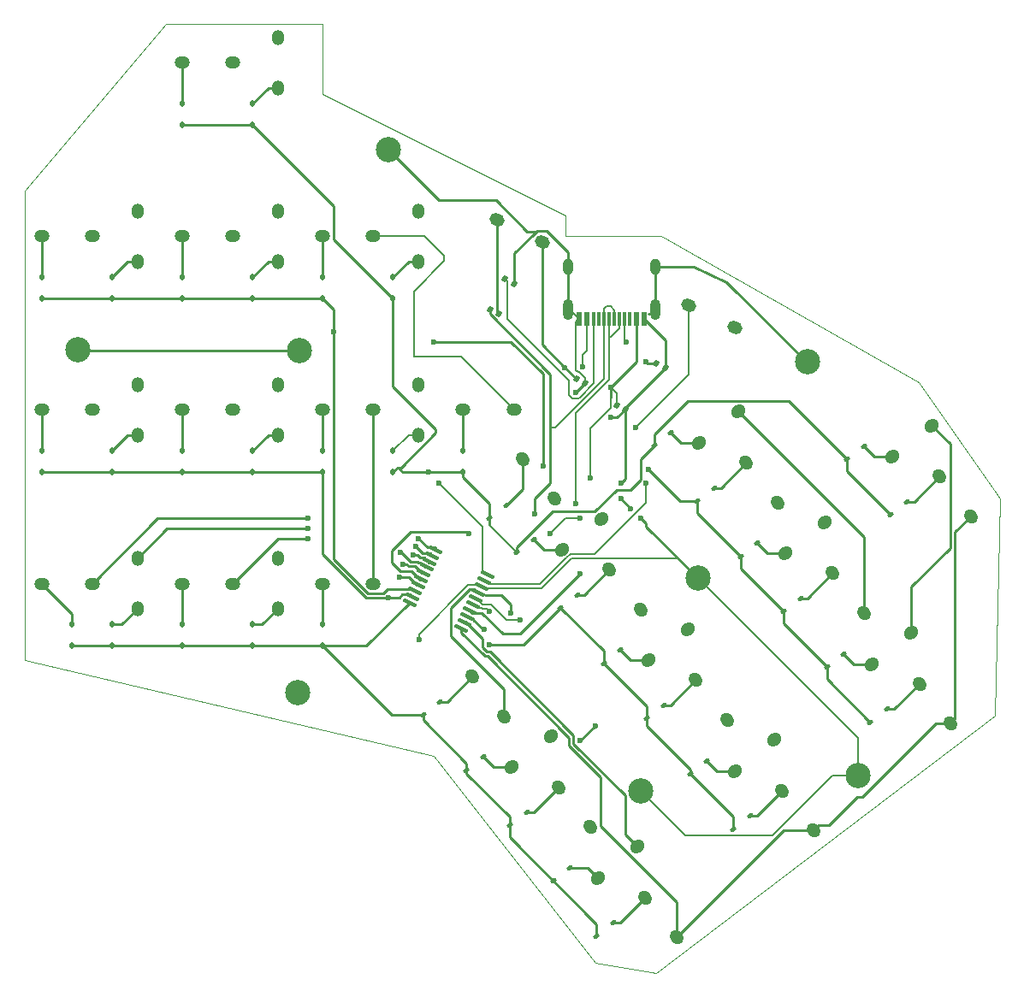
<source format=gtl>
G04 #@! TF.GenerationSoftware,KiCad,Pcbnew,8.0.4*
G04 #@! TF.CreationDate,2024-08-15T05:56:15-07:00*
G04 #@! TF.ProjectId,fixer-otg,66697865-722d-46f7-9467-2e6b69636164,rev?*
G04 #@! TF.SameCoordinates,Original*
G04 #@! TF.FileFunction,Copper,L1,Top*
G04 #@! TF.FilePolarity,Positive*
%FSLAX46Y46*%
G04 Gerber Fmt 4.6, Leading zero omitted, Abs format (unit mm)*
G04 Created by KiCad (PCBNEW 8.0.4) date 2024-08-15 05:56:15*
%MOMM*%
%LPD*%
G01*
G04 APERTURE LIST*
G04 Aperture macros list*
%AMRoundRect*
0 Rectangle with rounded corners*
0 $1 Rounding radius*
0 $2 $3 $4 $5 $6 $7 $8 $9 X,Y pos of 4 corners*
0 Add a 4 corners polygon primitive as box body*
4,1,4,$2,$3,$4,$5,$6,$7,$8,$9,$2,$3,0*
0 Add four circle primitives for the rounded corners*
1,1,$1+$1,$2,$3*
1,1,$1+$1,$4,$5*
1,1,$1+$1,$6,$7*
1,1,$1+$1,$8,$9*
0 Add four rect primitives between the rounded corners*
20,1,$1+$1,$2,$3,$4,$5,0*
20,1,$1+$1,$4,$5,$6,$7,0*
20,1,$1+$1,$6,$7,$8,$9,0*
20,1,$1+$1,$8,$9,$2,$3,0*%
%AMHorizOval*
0 Thick line with rounded ends*
0 $1 width*
0 $2 $3 position (X,Y) of the first rounded end (center of the circle)*
0 $4 $5 position (X,Y) of the second rounded end (center of the circle)*
0 Add line between two ends*
20,1,$1,$2,$3,$4,$5,0*
0 Add two circle primitives to create the rounded ends*
1,1,$1,$2,$3*
1,1,$1,$4,$5*%
G04 Aperture macros list end*
G04 #@! TA.AperFunction,ComponentPad*
%ADD10O,1.224000X1.524000*%
G04 #@! TD*
G04 #@! TA.AperFunction,SMDPad,CuDef*
%ADD11RoundRect,0.112500X0.112500X-0.187500X0.112500X0.187500X-0.112500X0.187500X-0.112500X-0.187500X0*%
G04 #@! TD*
G04 #@! TA.AperFunction,ComponentPad*
%ADD12HorizOval,1.224000X0.118202X0.092349X-0.118202X-0.092349X0*%
G04 #@! TD*
G04 #@! TA.AperFunction,SMDPad,CuDef*
%ADD13RoundRect,0.112500X-0.078490X-0.204088X0.217014X0.026785X0.078490X0.204088X-0.217014X-0.026785X0*%
G04 #@! TD*
G04 #@! TA.AperFunction,ComponentPad*
%ADD14O,1.524000X1.224000*%
G04 #@! TD*
G04 #@! TA.AperFunction,ComponentPad*
%ADD15C,2.500000*%
G04 #@! TD*
G04 #@! TA.AperFunction,SMDPad,CuDef*
%ADD16RoundRect,0.135000X-0.202436X-0.107097X0.040239X-0.225457X0.202436X0.107097X-0.040239X0.225457X0*%
G04 #@! TD*
G04 #@! TA.AperFunction,ComponentPad*
%ADD17HorizOval,1.224000X0.092349X-0.118202X-0.092349X0.118202X0*%
G04 #@! TD*
G04 #@! TA.AperFunction,ComponentPad*
%ADD18HorizOval,1.224000X0.134819X-0.065756X-0.134819X0.065756X0*%
G04 #@! TD*
G04 #@! TA.AperFunction,SMDPad,CuDef*
%ADD19RoundRect,0.140000X-0.200354X-0.091423X0.051308X-0.214167X0.200354X0.091423X-0.051308X0.214167X0*%
G04 #@! TD*
G04 #@! TA.AperFunction,SMDPad,CuDef*
%ADD20RoundRect,0.100000X-0.616818X0.189582X0.529144X-0.369341X0.616818X-0.189582X-0.529144X0.369341X0*%
G04 #@! TD*
G04 #@! TA.AperFunction,SMDPad,CuDef*
%ADD21R,0.600000X1.450000*%
G04 #@! TD*
G04 #@! TA.AperFunction,SMDPad,CuDef*
%ADD22R,0.300000X1.450000*%
G04 #@! TD*
G04 #@! TA.AperFunction,ComponentPad*
%ADD23O,1.000000X2.100000*%
G04 #@! TD*
G04 #@! TA.AperFunction,ComponentPad*
%ADD24O,1.000000X1.600000*%
G04 #@! TD*
G04 #@! TA.AperFunction,ViaPad*
%ADD25C,0.600000*%
G04 #@! TD*
G04 #@! TA.AperFunction,Conductor*
%ADD26C,0.250000*%
G04 #@! TD*
G04 #@! TA.AperFunction,Conductor*
%ADD27C,0.200000*%
G04 #@! TD*
G04 #@! TA.AperFunction,Profile*
%ADD28C,0.050000*%
G04 #@! TD*
G04 APERTURE END LIST*
D10*
X91057300Y-88742700D03*
X91057300Y-83742700D03*
D11*
X88557300Y-109602700D03*
X88557300Y-107502700D03*
D12*
X151826973Y-90859454D03*
X155767027Y-87781146D03*
X136277073Y-121991554D03*
X140217127Y-118913246D03*
D11*
X88557300Y-58002700D03*
X88557300Y-55902700D03*
D13*
X114738389Y-100368145D03*
X116393211Y-99075255D03*
X147403689Y-91142745D03*
X149058511Y-89849855D03*
X136849889Y-100732145D03*
X138504711Y-99439255D03*
D11*
X81607300Y-75202700D03*
X81607300Y-73102700D03*
D10*
X77157300Y-88742700D03*
X77157300Y-83742700D03*
D11*
X74657300Y-92402700D03*
X74657300Y-90302700D03*
X88557300Y-92402700D03*
X88557300Y-90302700D03*
D14*
X81607300Y-86242700D03*
X86607300Y-86242700D03*
D15*
X132618200Y-102886800D03*
D16*
X128541616Y-81600431D03*
X129458384Y-82047569D03*
D10*
X77157300Y-105942700D03*
X77157300Y-100942700D03*
D16*
X113541616Y-73276431D03*
X114458384Y-73723569D03*
D13*
X114021189Y-127387545D03*
X115676011Y-126094655D03*
D11*
X95507300Y-109602700D03*
X95507300Y-107502700D03*
D17*
X115313746Y-91098973D03*
X118392054Y-95039027D03*
D13*
X109742289Y-121910845D03*
X111397111Y-120617955D03*
D11*
X88557300Y-75202700D03*
X88557300Y-73102700D03*
X74657300Y-109602700D03*
X74657300Y-107502700D03*
D17*
X132429046Y-113005673D03*
X135507354Y-116945727D03*
D18*
X112753015Y-67404072D03*
X117246985Y-69595928D03*
D15*
X143500000Y-81500000D03*
X93195300Y-80395600D03*
D11*
X81607300Y-109602700D03*
X81607300Y-107502700D03*
X81607300Y-92402700D03*
X81607300Y-90302700D03*
D14*
X67707300Y-86242700D03*
X72707300Y-86242700D03*
D15*
X71229000Y-80243900D03*
D11*
X95507300Y-75202700D03*
X95507300Y-73102700D03*
D15*
X102000000Y-60500000D03*
D13*
X127574989Y-116798145D03*
X129229811Y-115505255D03*
D14*
X109407300Y-86242700D03*
X114407300Y-86242700D03*
D12*
X149830873Y-111402154D03*
X153770927Y-108323846D03*
D13*
X149686389Y-117162145D03*
X151341211Y-115869255D03*
D17*
X123871446Y-102052373D03*
X126949754Y-105992427D03*
D10*
X91057300Y-105942700D03*
X91057300Y-100942700D03*
D11*
X67707300Y-75202700D03*
X67707300Y-73102700D03*
D19*
X120602379Y-83160982D03*
X121465221Y-83581818D03*
D13*
X132570989Y-95255445D03*
X134225811Y-93962555D03*
X145407589Y-111685445D03*
X147062411Y-110392555D03*
D11*
X109407300Y-92402700D03*
X109407300Y-90302700D03*
D12*
X141273173Y-100448854D03*
X145213227Y-97370546D03*
D11*
X74657300Y-75202700D03*
X74657300Y-73102700D03*
D19*
X124568579Y-85789582D03*
X125431421Y-86210418D03*
D17*
X127433046Y-134548373D03*
X130511354Y-138488427D03*
D15*
X127000000Y-124000000D03*
D14*
X95507300Y-69042700D03*
X100507300Y-69042700D03*
D16*
X112041616Y-76276431D03*
X112958384Y-76723569D03*
D10*
X77157300Y-71542700D03*
X77157300Y-66542700D03*
D13*
X111999989Y-97000045D03*
X113654811Y-95707155D03*
D17*
X156536646Y-92826973D03*
X159614954Y-96767027D03*
D10*
X104957300Y-71542700D03*
X104957300Y-66542700D03*
D11*
X102457300Y-75202700D03*
X102457300Y-73102700D03*
D17*
X137425146Y-91462973D03*
X140503454Y-95403027D03*
D13*
X122578889Y-138340845D03*
X124233711Y-137047955D03*
X118299989Y-132864245D03*
X119954811Y-131571355D03*
D12*
X119161673Y-100084854D03*
X123101727Y-97006546D03*
D13*
X151682489Y-96619445D03*
X153337311Y-95326555D03*
D14*
X67707300Y-69042700D03*
X72707300Y-69042700D03*
D15*
X93062700Y-114216200D03*
D13*
X105463489Y-116434145D03*
X107118311Y-115141255D03*
D17*
X140986746Y-123959073D03*
X144065054Y-127899127D03*
D12*
X122723273Y-132580954D03*
X126663327Y-129502646D03*
D17*
X145982846Y-102416273D03*
X149061154Y-106356327D03*
D14*
X95507300Y-86242700D03*
X100507300Y-86242700D03*
D11*
X102457300Y-92402700D03*
X102457300Y-90302700D03*
D14*
X81607300Y-51842700D03*
X86607300Y-51842700D03*
D17*
X118875346Y-123595073D03*
X121953654Y-127535127D03*
D10*
X104957300Y-88742700D03*
X104957300Y-83742700D03*
D12*
X127719373Y-111038154D03*
X131659427Y-107959846D03*
D14*
X81607300Y-69042700D03*
X86607300Y-69042700D03*
D13*
X123296089Y-111321445D03*
X124950911Y-110028555D03*
D11*
X81607300Y-58002700D03*
X81607300Y-55902700D03*
D17*
X110317646Y-112641673D03*
X113395954Y-116581727D03*
X154540546Y-113369673D03*
X157618854Y-117309727D03*
D13*
X131853789Y-122274845D03*
X133508611Y-120981955D03*
D20*
X106639338Y-100076190D03*
X106354396Y-100660406D03*
X106069455Y-101244622D03*
X105784514Y-101828838D03*
X105499574Y-102413055D03*
X105214631Y-102997271D03*
X104929690Y-103581487D03*
X104644749Y-104165703D03*
X104359808Y-104749919D03*
X104074866Y-105334135D03*
X109220462Y-107843810D03*
X109505404Y-107259594D03*
X109790345Y-106675378D03*
X110075286Y-106091162D03*
X110360226Y-105506945D03*
X110645169Y-104922729D03*
X110930110Y-104338513D03*
X111215051Y-103754297D03*
X111499992Y-103170081D03*
X111784934Y-102585865D03*
D13*
X128292189Y-89778745D03*
X129947011Y-88485855D03*
X141128689Y-106208745D03*
X142783511Y-104915855D03*
D10*
X91057300Y-71542700D03*
X91057300Y-66542700D03*
D14*
X95507300Y-103442700D03*
X100507300Y-103442700D03*
D15*
X148467800Y-122442500D03*
D14*
X67707300Y-103442700D03*
X72707300Y-103442700D03*
D18*
X131753015Y-75904072D03*
X136246985Y-78095928D03*
D10*
X91057300Y-54342700D03*
X91057300Y-49342700D03*
D13*
X119017289Y-105844845D03*
X120672111Y-104551955D03*
D11*
X70707300Y-109602700D03*
X70707300Y-107502700D03*
D12*
X132715473Y-89495454D03*
X136655527Y-86417146D03*
D21*
X127352400Y-77206000D03*
X126552400Y-77206000D03*
D22*
X125352400Y-77206000D03*
X124352400Y-77206000D03*
X123852400Y-77206000D03*
X122852400Y-77206000D03*
D21*
X121652400Y-77206000D03*
X120852400Y-77206000D03*
X120852400Y-77206000D03*
X121652400Y-77206000D03*
D22*
X122352400Y-77206000D03*
X123352400Y-77206000D03*
X124852400Y-77206000D03*
X125852400Y-77206000D03*
D21*
X126552400Y-77206000D03*
X127352400Y-77206000D03*
D23*
X128422400Y-76291000D03*
D24*
X128422400Y-72111000D03*
D23*
X119782400Y-76291000D03*
D24*
X119782400Y-72111000D03*
D12*
X114165573Y-121627554D03*
X118105627Y-118549246D03*
D11*
X67707300Y-92402700D03*
X67707300Y-90302700D03*
D13*
X136132689Y-127751545D03*
X137787511Y-126458655D03*
D14*
X81607300Y-103442700D03*
X86607300Y-103442700D03*
D11*
X95507300Y-92402700D03*
X95507300Y-90302700D03*
D25*
X124000000Y-87000000D03*
X120500000Y-84500000D03*
X125000000Y-95000000D03*
X105022702Y-108977298D03*
X127000000Y-97000000D03*
X126000000Y-96000000D03*
X125000000Y-93500000D03*
X127500000Y-93500000D03*
X122000000Y-93000000D03*
X121200000Y-82007346D03*
X124000000Y-84000000D03*
X119470698Y-82029302D03*
X107000000Y-93500000D03*
X105987000Y-92402700D03*
X103139799Y-102814797D03*
X96594300Y-78500000D03*
X117325000Y-91805031D03*
X106500000Y-79500000D03*
X127764239Y-92120497D03*
X112000000Y-109500000D03*
X102000000Y-104829699D03*
X121000000Y-97000000D03*
X118000004Y-98500000D03*
X120500000Y-95500000D03*
X112000000Y-106150000D03*
X121000002Y-102500000D03*
X116500000Y-96500000D03*
X127500000Y-81500000D03*
X125500000Y-79500000D03*
X94000000Y-97000000D03*
X105000000Y-99000000D03*
X104467988Y-100612996D03*
X94000000Y-99000000D03*
X111500000Y-108000000D03*
X103223348Y-100345421D03*
X121000000Y-119000000D03*
X115000000Y-107000000D03*
X122500000Y-117500000D03*
X103454803Y-101509001D03*
X114098353Y-106350000D03*
X126500000Y-88000000D03*
X110000000Y-98500000D03*
X94000000Y-98000000D03*
X104699679Y-99795180D03*
D26*
X112630193Y-65500000D02*
X115735551Y-68605358D01*
D27*
X119782401Y-76291000D02*
X119937401Y-76291000D01*
X121465221Y-83106290D02*
X121465221Y-83581818D01*
D26*
X125431421Y-86210418D02*
X125431421Y-93068579D01*
D27*
X131369482Y-128369482D02*
X140029256Y-128369482D01*
X111028158Y-103567404D02*
X109897424Y-103567404D01*
D26*
X120547039Y-84500000D02*
X121465221Y-83581818D01*
X128422400Y-76290999D02*
X128422401Y-76291000D01*
X132235316Y-72110999D02*
X128422400Y-72110999D01*
X93195300Y-80395600D02*
X71380700Y-80395600D01*
X125431421Y-86210418D02*
X124641839Y-87000000D01*
X71380700Y-80395600D02*
X71229000Y-80243900D01*
X119782400Y-76290999D02*
X119782401Y-76291000D01*
D27*
X120550000Y-77508399D02*
X120550000Y-82276585D01*
D26*
X116605358Y-68605358D02*
X116692854Y-68517862D01*
X119478892Y-75822291D02*
X119478892Y-75875629D01*
D27*
X120777754Y-82504339D02*
X120863270Y-82504339D01*
X105022702Y-108442126D02*
X105022702Y-108977298D01*
X120852400Y-77205999D02*
X120550000Y-77508399D01*
D26*
X117669604Y-68517862D02*
X116692854Y-68517862D01*
D27*
X145956238Y-122442500D02*
X148467800Y-122442500D01*
D26*
X119915820Y-71665189D02*
X119915820Y-71915820D01*
X119782400Y-72111000D02*
X119782400Y-70630658D01*
X116355358Y-68855358D02*
X116605358Y-68605358D01*
X102000000Y-60500000D02*
X107000000Y-65500000D01*
X128071561Y-76725417D02*
X127709920Y-76725417D01*
X143414594Y-81500000D02*
X143500000Y-81500000D01*
X129458384Y-82047569D02*
X129458384Y-79311984D01*
D27*
X130714332Y-100982932D02*
X120143227Y-100982932D01*
D26*
X135473611Y-73559017D02*
X143414594Y-81500000D01*
X125431421Y-86074532D02*
X125431421Y-86210418D01*
X116692854Y-68517862D02*
X116355358Y-68855358D01*
D27*
X111215051Y-103754297D02*
X111028158Y-103567404D01*
D26*
X125431421Y-93068579D02*
X125000000Y-93500000D01*
D27*
X120863270Y-82504339D02*
X121465221Y-83106290D01*
D26*
X107000000Y-65500000D02*
X112630193Y-65500000D01*
X114458384Y-70752332D02*
X116355358Y-68855358D01*
X119782400Y-72111000D02*
X119782400Y-76290999D01*
D27*
X109897424Y-103567404D02*
X105022702Y-108442126D01*
D26*
X127000000Y-97000000D02*
X127500000Y-97500000D01*
D27*
X140029256Y-128369482D02*
X145956238Y-122442500D01*
X119937401Y-76291000D02*
X120852400Y-77205999D01*
D26*
X129458384Y-82047569D02*
X125431421Y-86074532D01*
X127500000Y-97500000D02*
X127500000Y-97768600D01*
D27*
X127000000Y-124000000D02*
X131369482Y-128369482D01*
X120143227Y-100982932D02*
X117184969Y-103941190D01*
D26*
X120500000Y-84500000D02*
X120547039Y-84500000D01*
X125000000Y-95000000D02*
X126000000Y-96000000D01*
D27*
X117184969Y-103941190D02*
X111401944Y-103941190D01*
D26*
X128508490Y-76288488D02*
X128071561Y-76725417D01*
X115735551Y-68605358D02*
X116605358Y-68605358D01*
D27*
X120550000Y-82276585D02*
X120777754Y-82504339D01*
X111401944Y-103941190D02*
X111215051Y-103754297D01*
D26*
X129458384Y-79311984D02*
X127352400Y-77206000D01*
X124641839Y-87000000D02*
X124000000Y-87000000D01*
D27*
X148467800Y-118736400D02*
X132618200Y-102886800D01*
X148467800Y-122442500D02*
X148467800Y-118736400D01*
D26*
X135473611Y-73559017D02*
X132235316Y-72110999D01*
X127500000Y-97768600D02*
X132618200Y-102886800D01*
X128422400Y-72110999D02*
X128422400Y-76290999D01*
D27*
X132618200Y-102886800D02*
X130714332Y-100982932D01*
D26*
X119782400Y-70630658D02*
X117669604Y-68517862D01*
X114458384Y-73723569D02*
X114458384Y-70752332D01*
D27*
X117000000Y-103500000D02*
X119601195Y-100898805D01*
X111499992Y-103170080D02*
X111670080Y-103170080D01*
X120042318Y-100554164D02*
X122365075Y-100554164D01*
X124568579Y-85789582D02*
X124568579Y-84568579D01*
D26*
X126552401Y-77206000D02*
X126552401Y-81447599D01*
D27*
X124568579Y-84568579D02*
X124000000Y-84000000D01*
X121652398Y-80362678D02*
X121200000Y-80815076D01*
X127500000Y-95419239D02*
X127500000Y-93500000D01*
X122000000Y-93000000D02*
X122000000Y-88080761D01*
X122365075Y-100554164D02*
X127500000Y-95419239D01*
X121200000Y-80815076D02*
X121200000Y-82007346D01*
D26*
X126552401Y-81447599D02*
X124000000Y-84000000D01*
D27*
X124000000Y-86080761D02*
X124000000Y-85000000D01*
X112000000Y-103500000D02*
X117000000Y-103500000D01*
X119601195Y-100898805D02*
X120042318Y-100554164D01*
X111670080Y-103170080D02*
X112000000Y-103500000D01*
X122000000Y-88080761D02*
X124000000Y-86080761D01*
X121652398Y-77206001D02*
X121652398Y-80362678D01*
D26*
X124000000Y-85000000D02*
X124000000Y-84000000D01*
X117246985Y-79805588D02*
X119470698Y-82029302D01*
X119470698Y-82029302D02*
X120602379Y-83160982D01*
D27*
X111784934Y-102585865D02*
X111350552Y-102151483D01*
D26*
X117246985Y-69595928D02*
X117246985Y-79805588D01*
D27*
X111350552Y-102151483D02*
X111350552Y-97850552D01*
X111350552Y-97850552D02*
X107000000Y-93500000D01*
D26*
X114738388Y-99807017D02*
X114738388Y-100368145D01*
X118220405Y-96325000D02*
X114738388Y-99807017D01*
X141608425Y-85347482D02*
X131652518Y-85347482D01*
X106680000Y-88180000D02*
X106680000Y-88495118D01*
X111999988Y-95499988D02*
X111999988Y-97000045D01*
X128292188Y-88707812D02*
X128292188Y-89778745D01*
X81607300Y-58002701D02*
X88557300Y-58002701D01*
X147403688Y-92340645D02*
X151682488Y-96619445D01*
X103245118Y-91930000D02*
X102930000Y-91930000D01*
X125961396Y-94175000D02*
X124588604Y-94175000D01*
X102457300Y-75202701D02*
X102457300Y-83957300D01*
D27*
X114738389Y-100368145D02*
X111999989Y-97629745D01*
D26*
X109407300Y-92402701D02*
X109407300Y-92907300D01*
X111999988Y-97000045D02*
X111999988Y-97629745D01*
X96594300Y-69339701D02*
X102457300Y-75202701D01*
X104001378Y-102814797D02*
X103139799Y-102814797D01*
X104929691Y-103581486D02*
X104768067Y-103581486D01*
X88557300Y-58002701D02*
X96594300Y-66039701D01*
X102930000Y-91930000D02*
X102457300Y-92402701D01*
X126950000Y-93186396D02*
X125961396Y-94175000D01*
X109407300Y-92907300D02*
X111999988Y-95499988D01*
X102457300Y-83957300D02*
X106680000Y-88180000D01*
X103402701Y-92402701D02*
X109407300Y-92402701D01*
D27*
X111999989Y-97629745D02*
X111999988Y-97629745D01*
D26*
X128292188Y-89778745D02*
X126950000Y-91120933D01*
X104768067Y-103581486D02*
X104001378Y-102814797D01*
X96594300Y-66039701D02*
X96594300Y-69339701D01*
X126950000Y-91120933D02*
X126950000Y-93186396D01*
X147403688Y-91142745D02*
X147403688Y-92340645D01*
X122438604Y-96325000D02*
X118220405Y-96325000D01*
X124588604Y-94175000D02*
X122438604Y-96325000D01*
X147403688Y-91142745D02*
X142656686Y-86395743D01*
X106680000Y-88495118D02*
X103245118Y-91930000D01*
X131652518Y-85347482D02*
X128292188Y-88707812D01*
X102930000Y-91930000D02*
X103402701Y-92402701D01*
X142656686Y-86395743D02*
X141608425Y-85347482D01*
X130899187Y-95255445D02*
X127764239Y-92120497D01*
X141128688Y-106208745D02*
X141128688Y-107406545D01*
X114134972Y-79500000D02*
X106500000Y-79500000D01*
X132570988Y-96453245D02*
X136849888Y-100732145D01*
X145407588Y-111685445D02*
X145407588Y-112883345D01*
X95507300Y-75202701D02*
X96594300Y-76289701D01*
X88557300Y-75202701D02*
X95507300Y-75202701D01*
X141128688Y-107406545D02*
X145407588Y-111685445D01*
X81607300Y-75202701D02*
X88557300Y-75202701D01*
X117325000Y-91805031D02*
X117325000Y-82690028D01*
X96594300Y-76289701D02*
X96594300Y-78500000D01*
X101921294Y-103953810D02*
X104432856Y-103953810D01*
X145407588Y-112883345D02*
X149686388Y-117162145D01*
X101495405Y-104379699D02*
X101921294Y-103953810D01*
X67707300Y-75202701D02*
X74657300Y-75202701D01*
X136849888Y-101929945D02*
X141128688Y-106208745D01*
X136849888Y-100732145D02*
X136849888Y-101929945D01*
X104644749Y-104165703D02*
X104644749Y-104144749D01*
X96594300Y-101004817D02*
X99969182Y-104379699D01*
X104432856Y-103953810D02*
X104644749Y-104165703D01*
X104644749Y-104144749D02*
X104500000Y-104000000D01*
X117325000Y-82690028D02*
X114134972Y-79500000D01*
X132570988Y-95255445D02*
X132570988Y-96453245D01*
X99969182Y-104379699D02*
X101495405Y-104379699D01*
X132570988Y-95255445D02*
X130899187Y-95255445D01*
X96594300Y-78500000D02*
X96594300Y-101004817D01*
X74657300Y-75202701D02*
X81607300Y-75202701D01*
X115362133Y-109500000D02*
X112000000Y-109500000D01*
X67707300Y-92402701D02*
X74657300Y-92402701D01*
X103077273Y-104829699D02*
X103368947Y-104538025D01*
X88557300Y-92402701D02*
X95507300Y-92402701D01*
X127574988Y-115600345D02*
X123296088Y-111321445D01*
X123296088Y-110123645D02*
X119017288Y-105844845D01*
X95507300Y-100554213D02*
X99782786Y-104829699D01*
X136132688Y-127751545D02*
X136132688Y-126553745D01*
X74657300Y-92402701D02*
X81607300Y-92402701D01*
X103368947Y-104538025D02*
X104147913Y-104538025D01*
X81607300Y-92402701D02*
X88557300Y-92402701D01*
X127574988Y-116798145D02*
X127574988Y-115600345D01*
X131853788Y-121853788D02*
X127574988Y-117574988D01*
X136132688Y-126553745D02*
X131853788Y-122274845D01*
X104147913Y-104538025D02*
X104359808Y-104749920D01*
X95507300Y-92402701D02*
X95507300Y-100554213D01*
X127574988Y-117574988D02*
X127574988Y-116798145D01*
X131853788Y-122274845D02*
X131853788Y-121853788D01*
X119017288Y-105844845D02*
X115362133Y-109500000D01*
X123296088Y-111321445D02*
X123296088Y-110123645D01*
X99782786Y-104829699D02*
X103077273Y-104829699D01*
X74657300Y-109602701D02*
X81607300Y-109602701D01*
X114021189Y-126521189D02*
X114021189Y-127387545D01*
X95507300Y-109602701D02*
X102338744Y-116434145D01*
X114021189Y-128585445D02*
X122578888Y-137143144D01*
X88557300Y-109602701D02*
X95507300Y-109602701D01*
X105463488Y-116963488D02*
X109742288Y-121242288D01*
X105463488Y-116434145D02*
X105463488Y-116963488D01*
X99806300Y-109602701D02*
X104074866Y-105334135D01*
X122578888Y-137143144D02*
X122578888Y-138340845D01*
X109742288Y-121242288D02*
X109742288Y-122242288D01*
X70707300Y-109602701D02*
X74657300Y-109602701D01*
X81607300Y-109602701D02*
X88557300Y-109602701D01*
X109742288Y-122242288D02*
X114021189Y-126521189D01*
X102338744Y-116434145D02*
X105463488Y-116434145D01*
X95507300Y-109602701D02*
X99806300Y-109602701D01*
X114021189Y-127387545D02*
X114021189Y-128585445D01*
D27*
X124852400Y-78181000D02*
X124033400Y-79000000D01*
X124852400Y-77206001D02*
X124852400Y-78181000D01*
X111312370Y-105878056D02*
X111334314Y-105900000D01*
X111750000Y-105900000D02*
X112000000Y-106150000D01*
X111334314Y-105900000D02*
X111750000Y-105900000D01*
X110857603Y-105878056D02*
X111312370Y-105878056D01*
X123852398Y-77206000D02*
X123852398Y-79000000D01*
X123852398Y-83217245D02*
X120500000Y-86569643D01*
X110486493Y-105506946D02*
X110857603Y-105878056D01*
X123852398Y-82080758D02*
X123852398Y-83217245D01*
X110360227Y-105506946D02*
X110486493Y-105506946D01*
X123852398Y-79000000D02*
X123852398Y-82080758D01*
X120500000Y-86569643D02*
X120500000Y-95500000D01*
X119500004Y-97000000D02*
X118000004Y-98500000D01*
X121000000Y-97000000D02*
X119500004Y-97000000D01*
X124033400Y-79000000D02*
X123852398Y-79000000D01*
X120938271Y-85000000D02*
X122352400Y-83585871D01*
X120919239Y-85000000D02*
X120938271Y-85000000D01*
X119850000Y-83350000D02*
X119850000Y-84769239D01*
X122352400Y-83585871D02*
X122352400Y-77206001D01*
X113743536Y-73478351D02*
X113743536Y-77243536D01*
X120230761Y-85150000D02*
X120769239Y-85150000D01*
X119850000Y-84769239D02*
X120230761Y-85150000D01*
X113743536Y-77243536D02*
X119850000Y-83350000D01*
X113541616Y-73276431D02*
X113743536Y-73478351D01*
X120769239Y-85150000D02*
X120919239Y-85000000D01*
X124352400Y-76352400D02*
X124352400Y-77206000D01*
D26*
X115075002Y-108425000D02*
X121000002Y-102500000D01*
D27*
X123352401Y-83151556D02*
X118503957Y-88000000D01*
D26*
X110309124Y-106325000D02*
X111223960Y-106325000D01*
X118000000Y-88000000D02*
X118000000Y-93500000D01*
D27*
X123583398Y-76000000D02*
X124000000Y-76000000D01*
X123352401Y-82500000D02*
X123352401Y-83151556D01*
X118503957Y-88000000D02*
X118000000Y-88000000D01*
D26*
X112041616Y-76276431D02*
X112041616Y-76770248D01*
X116500000Y-95000000D02*
X116500000Y-96500000D01*
X111223960Y-106325000D02*
X113323960Y-108425000D01*
D27*
X123352401Y-76230997D02*
X123583398Y-76000000D01*
D26*
X118000000Y-82728632D02*
X118000000Y-88000000D01*
X118000000Y-93500000D02*
X116500000Y-95000000D01*
D27*
X123352401Y-77206000D02*
X123352401Y-82500000D01*
D26*
X112041616Y-76770248D02*
X118000000Y-82728632D01*
D27*
X123352401Y-77206000D02*
X123352401Y-76230997D01*
D26*
X110075286Y-106091162D02*
X110309124Y-106325000D01*
X113323960Y-108425000D02*
X115075002Y-108425000D01*
D27*
X124000000Y-76000000D02*
X124352400Y-76352400D01*
X125352400Y-79352400D02*
X125500000Y-79500000D01*
D26*
X127600431Y-81600431D02*
X127500000Y-81500000D01*
X128541616Y-81600431D02*
X127600431Y-81600431D01*
D27*
X125352400Y-77205998D02*
X125352400Y-79352400D01*
D26*
X112753015Y-76518200D02*
X112753015Y-67404072D01*
X112958384Y-76723569D02*
X112753015Y-76518200D01*
X105000000Y-99000000D02*
X105864296Y-99864296D01*
X79149999Y-97000000D02*
X94000000Y-97000000D01*
X105864296Y-99864296D02*
X106589065Y-99864296D01*
X106589065Y-99864296D02*
X106720149Y-99995380D01*
X72707300Y-103442699D02*
X79149999Y-97000000D01*
X144607675Y-127356504D02*
X144065053Y-127899126D01*
X156190273Y-117309727D02*
X148905247Y-124594753D01*
X130511353Y-134943360D02*
X123023318Y-127455325D01*
X119875000Y-119465991D02*
X119875000Y-118720867D01*
X119875000Y-118720867D02*
X111779133Y-110625000D01*
X148405247Y-124594753D02*
X145643496Y-127356504D01*
X157618854Y-117309727D02*
X156190273Y-117309727D01*
X109220462Y-108311453D02*
X109220462Y-107843809D01*
X158056312Y-98325669D02*
X158056312Y-116872269D01*
X158056312Y-116872269D02*
X157618854Y-117309727D01*
X130511353Y-138488426D02*
X130511353Y-134943360D01*
X144065053Y-127899126D02*
X141100653Y-127899126D01*
X111534009Y-110625000D02*
X109220462Y-108311453D01*
X141100653Y-127899126D02*
X130511353Y-138488426D01*
X123023318Y-127455325D02*
X123023318Y-122614309D01*
X159614954Y-96767027D02*
X158056312Y-98325669D01*
X123023318Y-122614309D02*
X119875000Y-119465991D01*
X148905247Y-124594753D02*
X148405247Y-124594753D01*
X111779133Y-110625000D02*
X111534009Y-110625000D01*
X145643496Y-127356504D02*
X144607675Y-127356504D01*
X126663326Y-129502647D02*
X125425000Y-128264321D01*
X111325000Y-108917568D02*
X109586215Y-107178783D01*
X111325000Y-109779595D02*
X111325000Y-108917568D01*
X125425000Y-128264321D02*
X125425000Y-124379595D01*
X120325000Y-118461396D02*
X112038604Y-110175000D01*
X125425000Y-124379595D02*
X120325000Y-119279595D01*
X153770926Y-103729074D02*
X153770926Y-108323847D01*
X111720405Y-110175000D02*
X111325000Y-109779595D01*
X120325000Y-119279595D02*
X120325000Y-118461396D01*
X155767026Y-87781147D02*
X157606312Y-89620433D01*
X157606312Y-99893688D02*
X153770926Y-103729074D01*
X112038604Y-110175000D02*
X111720405Y-110175000D01*
X157606312Y-89620433D02*
X157606312Y-99893688D01*
X105166615Y-100898512D02*
X104881099Y-100612996D01*
X91049999Y-99000000D02*
X94000000Y-99000000D01*
X104881099Y-100612996D02*
X104467988Y-100612996D01*
X105561723Y-100898512D02*
X105166615Y-100898512D01*
X105988644Y-101325433D02*
X105561723Y-100898512D01*
X86607300Y-103442699D02*
X91049999Y-99000000D01*
X110387272Y-107023668D02*
X110387272Y-106887272D01*
X136655526Y-86417147D02*
X149061153Y-98822774D01*
X111363604Y-108000000D02*
X110387272Y-107023668D01*
X111500000Y-108000000D02*
X111363604Y-108000000D01*
X149061153Y-98822774D02*
X149061153Y-106356326D01*
X103245818Y-100345421D02*
X103223348Y-100345421D01*
X104188393Y-101287996D02*
X103245818Y-100345421D01*
X104980219Y-101348512D02*
X104919703Y-101287996D01*
X105784514Y-101828838D02*
X105622892Y-101828838D01*
X105142566Y-101348512D02*
X104980219Y-101348512D01*
X105622892Y-101828838D02*
X105142566Y-101348512D01*
X104919703Y-101287996D02*
X104188393Y-101287996D01*
D27*
X111500000Y-105500000D02*
X111478056Y-105478056D01*
X111326760Y-105478056D02*
X110771433Y-104922729D01*
X111478056Y-105478056D02*
X111326760Y-105478056D01*
X110771433Y-104922729D02*
X110645169Y-104922729D01*
X111500000Y-105500000D02*
X112198529Y-105500000D01*
X112198529Y-105500000D02*
X113698529Y-107000000D01*
X113698529Y-107000000D02*
X115000000Y-107000000D01*
D26*
X122500000Y-117500000D02*
X121000000Y-119000000D01*
X103773002Y-101509001D02*
X103454803Y-101509001D01*
X104662893Y-101737996D02*
X104001997Y-101737996D01*
D27*
X100507300Y-69042699D02*
X105542699Y-69042699D01*
D26*
X105337951Y-102413054D02*
X104662893Y-101737996D01*
D27*
X104500000Y-81000000D02*
X109164601Y-81000000D01*
X105542699Y-69042699D02*
X107500000Y-71000000D01*
D26*
X104001997Y-101737996D02*
X103773002Y-101509001D01*
D27*
X107500000Y-71500000D02*
X104500000Y-74500000D01*
D26*
X105499573Y-102413054D02*
X105337951Y-102413054D01*
D27*
X109164601Y-81000000D02*
X114407300Y-86242699D01*
D26*
X100507300Y-103442699D02*
X100507300Y-86242699D01*
D27*
X104500000Y-74500000D02*
X104500000Y-81000000D01*
X107500000Y-71000000D02*
X107500000Y-71500000D01*
D26*
X110500000Y-104000000D02*
X110065869Y-104000000D01*
X108176875Y-105888994D02*
X108176875Y-108676875D01*
X113151447Y-104550407D02*
X114098353Y-105497313D01*
X114098353Y-105497313D02*
X114098353Y-106350000D01*
X108176875Y-108676875D02*
X113395953Y-113895953D01*
X110838514Y-104338514D02*
X110500000Y-104000000D01*
X110065869Y-104000000D02*
X108176875Y-105888994D01*
X113395953Y-113895953D02*
X113395953Y-116581726D01*
X111550407Y-104550407D02*
X113151447Y-104550407D01*
X110930109Y-104338514D02*
X110838514Y-104338514D01*
X102325000Y-100220405D02*
X102325000Y-101333793D01*
X109825000Y-98325000D02*
X104220405Y-98325000D01*
X102325000Y-101333793D02*
X103179203Y-102187996D01*
X103179203Y-102187996D02*
X104243736Y-102187996D01*
D27*
X131753015Y-82746985D02*
X126500000Y-88000000D01*
X131753015Y-75904072D02*
X131753015Y-82746985D01*
D26*
X104220405Y-98325000D02*
X102325000Y-100220405D01*
X104243736Y-102187996D02*
X105133821Y-103078081D01*
X110000000Y-98500000D02*
X109825000Y-98325000D01*
X77157299Y-100942700D02*
X80099999Y-98000000D01*
D27*
X106354396Y-100660406D02*
X106160406Y-100660406D01*
D26*
X80099999Y-98000000D02*
X94000000Y-98000000D01*
X106354396Y-100660406D02*
X106142502Y-100448512D01*
D27*
X106160406Y-100660406D02*
X106000000Y-100500000D01*
D26*
X106142502Y-100448512D02*
X105353011Y-100448512D01*
X105353011Y-100448512D02*
X104699679Y-99795180D01*
X67707300Y-69042701D02*
X67707300Y-73102699D01*
X67707300Y-86242701D02*
X67707300Y-90302699D01*
X70707300Y-106442701D02*
X67707300Y-103442701D01*
X70707300Y-107502699D02*
X70707300Y-106442701D01*
X91057301Y-54342700D02*
X90117299Y-54342700D01*
X90117299Y-54342700D02*
X88557300Y-55902699D01*
X81607300Y-51842701D02*
X81607300Y-55902699D01*
X77157301Y-71542700D02*
X76217299Y-71542700D01*
X76217299Y-71542700D02*
X74657300Y-73102699D01*
X76217299Y-88742700D02*
X74657300Y-90302699D01*
X77157301Y-88742700D02*
X76217299Y-88742700D01*
X74657300Y-107502699D02*
X75597302Y-107502699D01*
X75597302Y-107502699D02*
X77157301Y-105942700D01*
X104957301Y-71542700D02*
X104017299Y-71542700D01*
X104017299Y-71542700D02*
X102457300Y-73102699D01*
X81607300Y-69042701D02*
X81607300Y-73102699D01*
X81607300Y-86242701D02*
X81607300Y-90302699D01*
X81607300Y-107502699D02*
X81607300Y-103442701D01*
D27*
X104957300Y-88742700D02*
X104017300Y-88742700D01*
X104017300Y-88742700D02*
X102457300Y-90302700D01*
D26*
X91057301Y-71542700D02*
X90117299Y-71542700D01*
X90117299Y-71542700D02*
X88557300Y-73102699D01*
X91057301Y-88742700D02*
X90117299Y-88742700D01*
X90117299Y-88742700D02*
X88557300Y-90302699D01*
X88557300Y-107502699D02*
X89497302Y-107502699D01*
X89497302Y-107502699D02*
X91057301Y-105942700D01*
X109407300Y-86242701D02*
X109407300Y-90302699D01*
X95507300Y-69042701D02*
X95507300Y-73102699D01*
X95507300Y-86242701D02*
X95507300Y-90302699D01*
X95507300Y-107502699D02*
X95507300Y-103442701D01*
X115313747Y-91098974D02*
X115313747Y-94048220D01*
X115313747Y-94048220D02*
X113654812Y-95707155D01*
X134925566Y-93962555D02*
X134225812Y-93962555D01*
X137425147Y-91462974D02*
X134925566Y-93962555D01*
X123871447Y-102052374D02*
X121371866Y-104551955D01*
X121371866Y-104551955D02*
X120672112Y-104551955D01*
X110317647Y-112641674D02*
X107818066Y-115141255D01*
X107818066Y-115141255D02*
X107118312Y-115141255D01*
X117402810Y-100084853D02*
X116393212Y-99075255D01*
X119161674Y-100084853D02*
X117402810Y-100084853D01*
X141273174Y-100448853D02*
X139514310Y-100448853D01*
X139514310Y-100448853D02*
X138504712Y-99439255D01*
X127719374Y-111038153D02*
X125960510Y-111038153D01*
X125960510Y-111038153D02*
X124950912Y-110028555D01*
X114165574Y-121627553D02*
X112406710Y-121627553D01*
X112406710Y-121627553D02*
X111397112Y-120617955D01*
X132715474Y-89495453D02*
X130956610Y-89495453D01*
X130956610Y-89495453D02*
X129947012Y-88485855D01*
X145982847Y-102416274D02*
X143483266Y-104915855D01*
X143483266Y-104915855D02*
X142783512Y-104915855D01*
X129929466Y-115505255D02*
X129229812Y-115505255D01*
X132429047Y-113005674D02*
X129929466Y-115505255D01*
X116375766Y-126094655D02*
X118875347Y-123595074D01*
X115676012Y-126094655D02*
X116375766Y-126094655D01*
X151826974Y-90859453D02*
X150068110Y-90859453D01*
X150068110Y-90859453D02*
X149058512Y-89849855D01*
X149830874Y-111402153D02*
X148072010Y-111402153D01*
X148072010Y-111402153D02*
X147062412Y-110392555D01*
X136277074Y-121991553D02*
X134518210Y-121991553D01*
X134518210Y-121991553D02*
X133508612Y-120981955D01*
X119954812Y-131571355D02*
X121713676Y-131571355D01*
X121713676Y-131571355D02*
X122723274Y-132580953D01*
X154037066Y-95326555D02*
X153337312Y-95326555D01*
X156536647Y-92826974D02*
X154037066Y-95326555D01*
X152040966Y-115869255D02*
X151341212Y-115869255D01*
X154540547Y-113369674D02*
X152040966Y-115869255D01*
X140986747Y-123959074D02*
X138487166Y-126458655D01*
X138487166Y-126458655D02*
X137787512Y-126458655D01*
X124233712Y-137047955D02*
X124933466Y-137047955D01*
X124933466Y-137047955D02*
X127433047Y-134548374D01*
D28*
X95500000Y-55000000D02*
X119500000Y-67000000D01*
X119500000Y-67000000D02*
X119500000Y-69000000D01*
X95500000Y-48000000D02*
X80000000Y-48000000D01*
X119500000Y-69000000D02*
X129000000Y-69000000D01*
X122500000Y-141000000D02*
X128500000Y-142000000D01*
X66000000Y-64500000D02*
X66000000Y-111000000D01*
X80000000Y-48000000D02*
X66000000Y-64500000D01*
X162500000Y-95000000D02*
X154500000Y-83500000D01*
X95500000Y-55000000D02*
X95500000Y-48000000D01*
X106500000Y-120500000D02*
X122500000Y-141000000D01*
X128500000Y-142000000D02*
X162000000Y-116500000D01*
X129000000Y-69000000D02*
X154500000Y-83500000D01*
X66000000Y-111000000D02*
X106500000Y-120500000D01*
X162000000Y-116500000D02*
X162500000Y-95000000D01*
M02*

</source>
